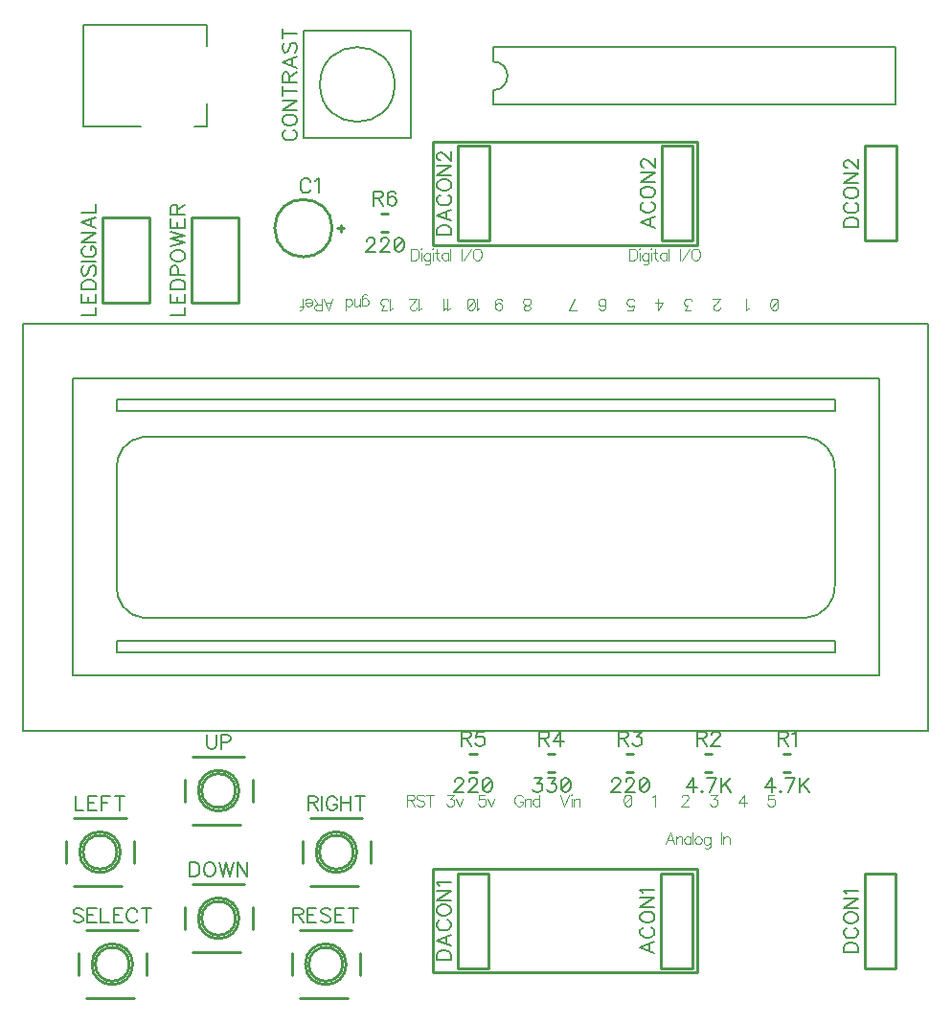
<source format=gbr>
G04 DipTrace 3.3.1.3*
G04 TopSilk.gbr*
%MOIN*%
G04 #@! TF.FileFunction,Legend,Top*
G04 #@! TF.Part,Single*
%ADD10C,0.009843*%
%ADD15C,0.01*%
%ADD22C,0.006*%
%ADD24C,0.005*%
%ADD28C,0.008*%
%ADD63C,0.00772*%
%ADD65C,0.003281*%
%FSLAX26Y26*%
G04*
G70*
G90*
G75*
G01*
G04 TopSilk*
%LPD*%
X2647086Y887165D2*
D10*
X2538818D1*
Y556456D1*
X2647086D1*
Y887165D1*
X2648424Y3420944D2*
X2540157D1*
Y3090235D1*
X2648424D1*
Y3420944D1*
X1423581Y3145520D2*
Y3121880D1*
X1435400Y3133700D2*
X1411787D1*
X1193706D2*
G02X1193706Y3133700I99965J0D01*
G01*
X1938818Y887165D2*
X1830550D1*
Y556456D1*
X1938818D1*
Y887165D1*
X1940157Y3420944D2*
X1831889D1*
Y3090235D1*
X1940157D1*
Y3420944D1*
X3355354Y887165D2*
X3247086D1*
Y556456D1*
X3355354D1*
Y887165D1*
X3356692Y3420944D2*
X3248424D1*
Y3090235D1*
X3356692D1*
Y3420944D1*
X904960Y2875275D2*
X1066377D1*
Y3170550D1*
X904960D1*
Y2875275D1*
X594960D2*
X756377D1*
Y3170550D1*
X594960D1*
Y2875275D1*
X2965385Y1242235D2*
X2988944D1*
X2965385Y1305165D2*
X2988944D1*
X2692157Y1242235D2*
X2715716D1*
X2692157Y1305165D2*
X2715716D1*
X2418928Y1242235D2*
X2442487D1*
X2418928Y1305165D2*
X2442487D1*
X2145700Y1242235D2*
X2169259D1*
X2145700Y1305165D2*
X2169259D1*
X1872472Y1242235D2*
X1896031D1*
X1872472Y1305165D2*
X1896031D1*
X1565385Y3122235D2*
X1588944D1*
X1565385Y3185165D2*
X1588944D1*
X1953700Y3613702D2*
D22*
Y3563704D1*
Y3713698D2*
G02X1953700Y3613702I-18J-49998D01*
G01*
X3353700Y3563704D2*
Y3763696D1*
X1953700D2*
Y3713698D1*
Y3763696D2*
X3353700D1*
X1958740Y3563704D2*
X3353700D1*
X319054Y1385275D2*
D24*
X3468661D1*
Y2802598D1*
X319054D1*
Y1385275D1*
X490393Y2611684D2*
X3297322D1*
Y1576188D1*
X490393D1*
Y2611684D1*
X643779Y2536283D2*
X3143936D1*
Y2496881D1*
X643779D1*
Y2536283D1*
Y1658960D2*
X3143936D1*
Y1698220D1*
X643779D1*
Y1658960D1*
X737007Y2408157D2*
G03X643779Y2290094I12112J-105405D01*
G01*
Y1895086D1*
G03X737007Y1777023I105575J-12473D01*
G01*
X3040314D1*
G03X3143936Y1895086I-7282J110897D01*
G01*
Y2290094D1*
G03X3040314Y2408157I-110904J7166D01*
G01*
X737007D1*
X1668700Y3446200D2*
Y3821200D1*
X1293700D1*
Y3446200D1*
X1668700D1*
X1351188Y3633700D2*
G02X1351188Y3633700I130012J0D01*
G01*
X514885Y962283D2*
D10*
G02X514885Y962283I70862J0D01*
G01*
X676302Y1080400D2*
X495192D1*
X467622Y1001680D2*
Y922910D1*
X495192Y844165D2*
X660548D1*
X703872Y922910D2*
Y1001680D1*
X526701Y962295D2*
G02X526701Y962295I59046J0D01*
G01*
X1337720Y962283D2*
G02X1337720Y962283I70862J0D01*
G01*
X1499137Y1080400D2*
X1318027D1*
X1290457Y1001680D2*
Y922910D1*
X1318027Y844165D2*
X1483383D1*
X1526707Y922910D2*
Y1001680D1*
X1349535Y962295D2*
G02X1349535Y962295I59046J0D01*
G01*
X927720Y1176377D2*
G02X927720Y1176377I70862J0D01*
G01*
X1089137Y1294494D2*
X908027D1*
X880457Y1215774D2*
Y1137005D1*
X908027Y1058260D2*
X1073383D1*
X1116707Y1137005D2*
Y1215774D1*
X939535Y1176389D2*
G02X939535Y1176389I59046J0D01*
G01*
X927720Y732283D2*
G02X927720Y732283I70862J0D01*
G01*
X1089137Y850400D2*
X908027D1*
X880457Y771680D2*
Y692910D1*
X908027Y614165D2*
X1073383D1*
X1116707Y692910D2*
Y771680D1*
X939535Y732295D2*
G02X939535Y732295I59046J0D01*
G01*
X557720Y572283D2*
G02X557720Y572283I70862J0D01*
G01*
X719137Y690400D2*
X538027D1*
X510457Y611680D2*
Y532910D1*
X538027Y454165D2*
X703383D1*
X746707Y532910D2*
Y611680D1*
X569535Y572295D2*
G02X569535Y572295I59046J0D01*
G01*
X957315Y3486520D2*
D28*
Y3569190D1*
X528186Y3486520D2*
X728999D1*
X957315D2*
X913988D1*
X528186Y3840865D2*
X957315D1*
Y3766084D1*
X528186Y3840865D2*
Y3486520D1*
X1300554Y572283D2*
D10*
G02X1300554Y572283I70862J0D01*
G01*
X1461972Y690400D2*
X1280861D1*
X1253291Y611680D2*
Y532910D1*
X1280861Y454165D2*
X1446217D1*
X1489542Y532910D2*
Y611680D1*
X1312370Y572295D2*
G02X1312370Y572295I59046J0D01*
G01*
X1743700Y3433700D2*
D15*
X2663700D1*
Y3073700D1*
X1743700D1*
Y3433700D1*
Y903700D2*
X2663700D1*
Y543700D1*
X1743700D1*
Y903700D1*
X2515835Y650281D2*
D63*
X2465595Y631103D1*
X2515835Y611979D1*
X2499088Y619164D2*
Y643096D1*
X2477533Y701590D2*
X2472780Y699214D1*
X2467972Y694405D1*
X2465595Y689652D1*
Y680090D1*
X2467972Y675282D1*
X2472780Y670529D1*
X2477533Y668097D1*
X2484718Y665720D1*
X2496712D1*
X2503842Y668097D1*
X2508650Y670529D1*
X2513403Y675282D1*
X2515835Y680090D1*
Y689652D1*
X2513403Y694405D1*
X2508650Y699214D1*
X2503842Y701590D1*
X2465595Y731400D2*
X2467972Y726591D1*
X2472780Y721838D1*
X2477533Y719406D1*
X2484718Y717029D1*
X2496712D1*
X2503842Y719406D1*
X2508650Y721838D1*
X2513403Y726591D1*
X2515835Y731400D1*
Y740961D1*
X2513403Y745714D1*
X2508650Y750523D1*
X2503842Y752899D1*
X2496712Y755276D1*
X2484718D1*
X2477533Y752899D1*
X2472780Y750523D1*
X2467972Y745714D1*
X2465595Y740961D1*
Y731400D1*
Y804209D2*
X2515835D1*
X2465595Y770715D1*
X2515835D1*
X2475212Y819648D2*
X2472780Y824456D1*
X2465650Y831641D1*
X2515835D1*
X2517174Y3173311D2*
X2466934Y3154132D1*
X2517174Y3135009D1*
X2500427Y3142194D2*
Y3166126D1*
X2478872Y3224620D2*
X2474119Y3222243D1*
X2469310Y3217435D1*
X2466934Y3212682D1*
Y3203120D1*
X2469310Y3198312D1*
X2474119Y3193558D1*
X2478872Y3191127D1*
X2486057Y3188750D1*
X2498050D1*
X2505180Y3191126D1*
X2509989Y3193558D1*
X2514742Y3198311D1*
X2517174Y3203120D1*
Y3212682D1*
X2514742Y3217435D1*
X2509989Y3222243D1*
X2505180Y3224620D1*
X2466934Y3254429D2*
X2469310Y3249621D1*
X2474119Y3244868D1*
X2478872Y3242436D1*
X2486057Y3240059D1*
X2498050D1*
X2505180Y3242436D1*
X2509989Y3244867D1*
X2514742Y3249621D1*
X2517174Y3254429D1*
Y3263991D1*
X2514742Y3268744D1*
X2509989Y3273552D1*
X2505180Y3275929D1*
X2498050Y3278306D1*
X2486057D1*
X2478872Y3275929D1*
X2474119Y3273552D1*
X2469310Y3268744D1*
X2466934Y3263991D1*
Y3254429D1*
Y3327238D2*
X2517174D1*
X2466934Y3293745D1*
X2517174D1*
X2478927Y3345109D2*
X2476551D1*
X2471742Y3347486D1*
X2469366Y3349862D1*
X2466989Y3354671D1*
Y3364233D1*
X2469366Y3368986D1*
X2471742Y3371362D1*
X2476551Y3373794D1*
X2481304D1*
X2486112Y3371362D1*
X2493242Y3366609D1*
X2517174Y3342677D1*
Y3376171D1*
X1318772Y3294985D2*
X1316395Y3299738D1*
X1311587Y3304546D1*
X1306833Y3306923D1*
X1297272D1*
X1292463Y3304546D1*
X1287710Y3299738D1*
X1285278Y3294985D1*
X1282902Y3287800D1*
Y3275806D1*
X1285278Y3268677D1*
X1287710Y3263868D1*
X1292463Y3259115D1*
X1297272Y3256683D1*
X1306833D1*
X1311587Y3259115D1*
X1316395Y3263868D1*
X1318772Y3268677D1*
X1334211Y3297306D2*
X1339019Y3299738D1*
X1346204Y3306868D1*
Y3256683D1*
X1757327Y587513D2*
X1807567D1*
Y604260D1*
X1805136Y611445D1*
X1800382Y616253D1*
X1795574Y618630D1*
X1788444Y621006D1*
X1776451D1*
X1769266Y618630D1*
X1764512Y616253D1*
X1759704Y611445D1*
X1757327Y604260D1*
Y587513D1*
X1807567Y674747D2*
X1757327Y655569D1*
X1807567Y636446D1*
X1790821Y643631D2*
Y667562D1*
X1769266Y726056D2*
X1764512Y723680D1*
X1759704Y718871D1*
X1757327Y714118D1*
Y704557D1*
X1759704Y699748D1*
X1764512Y694995D1*
X1769266Y692563D1*
X1776451Y690187D1*
X1788444D1*
X1795574Y692563D1*
X1800382Y694995D1*
X1805135Y699748D1*
X1807567Y704557D1*
Y714118D1*
X1805135Y718871D1*
X1800382Y723680D1*
X1795574Y726056D1*
X1757327Y755866D2*
X1759704Y751057D1*
X1764512Y746304D1*
X1769266Y743872D1*
X1776451Y741496D1*
X1788444D1*
X1795574Y743872D1*
X1800382Y746304D1*
X1805135Y751057D1*
X1807567Y755866D1*
Y765427D1*
X1805135Y770181D1*
X1800382Y774989D1*
X1795574Y777366D1*
X1788444Y779742D1*
X1776451D1*
X1769266Y777366D1*
X1764512Y774989D1*
X1759704Y770181D1*
X1757327Y765427D1*
Y755866D1*
Y828675D2*
X1807567D1*
X1757327Y795181D1*
X1807567D1*
X1766944Y844114D2*
X1764512Y848923D1*
X1757383Y856108D1*
X1807567D1*
X1758666Y3110543D2*
X1808906D1*
Y3127289D1*
X1806474Y3134474D1*
X1801721Y3139283D1*
X1796912Y3141659D1*
X1789783Y3144036D1*
X1777789D1*
X1770604Y3141659D1*
X1765851Y3139283D1*
X1761043Y3134474D1*
X1758666Y3127289D1*
Y3110543D1*
X1808906Y3197777D2*
X1758666Y3178598D1*
X1808906Y3159475D1*
X1792159Y3166660D2*
Y3190592D1*
X1770604Y3249086D2*
X1765851Y3246710D1*
X1761043Y3241901D1*
X1758666Y3237148D1*
Y3227586D1*
X1761043Y3222778D1*
X1765851Y3218025D1*
X1770604Y3215593D1*
X1777789Y3213216D1*
X1789783D1*
X1796912Y3215593D1*
X1801721Y3218025D1*
X1806474Y3222778D1*
X1808906Y3227586D1*
Y3237148D1*
X1806474Y3241901D1*
X1801721Y3246709D1*
X1796912Y3249086D1*
X1758666Y3278895D2*
X1761043Y3274087D1*
X1765851Y3269334D1*
X1770604Y3266902D1*
X1777789Y3264525D1*
X1789783D1*
X1796912Y3266902D1*
X1801721Y3269334D1*
X1806474Y3274087D1*
X1808906Y3278895D1*
Y3288457D1*
X1806474Y3293210D1*
X1801721Y3298019D1*
X1796912Y3300395D1*
X1789783Y3302772D1*
X1777789D1*
X1770604Y3300395D1*
X1765851Y3298019D1*
X1761043Y3293210D1*
X1758666Y3288457D1*
Y3278895D1*
Y3351704D2*
X1808906D1*
X1758666Y3318211D1*
X1808906D1*
X1770659Y3369576D2*
X1768283D1*
X1763474Y3371952D1*
X1761098Y3374329D1*
X1758721Y3379137D1*
Y3388699D1*
X1761098Y3393452D1*
X1763474Y3395829D1*
X1768283Y3398260D1*
X1773036D1*
X1777844Y3395829D1*
X1784974Y3391075D1*
X1808906Y3367144D1*
Y3400637D1*
X3173863Y614384D2*
X3224103D1*
Y631130D1*
X3221671Y638315D1*
X3216918Y643124D1*
X3212109Y645500D1*
X3204980Y647877D1*
X3192986D1*
X3185801Y645500D1*
X3181048Y643124D1*
X3176239Y638315D1*
X3173863Y631130D1*
Y614384D1*
X3185801Y699186D2*
X3181048Y696809D1*
X3176239Y692001D1*
X3173863Y687248D1*
Y677686D1*
X3176239Y672878D1*
X3181048Y668125D1*
X3185801Y665693D1*
X3192986Y663316D1*
X3204980D1*
X3212109Y665693D1*
X3216918Y668124D1*
X3221671Y672878D1*
X3224103Y677686D1*
Y687248D1*
X3221671Y692001D1*
X3216918Y696809D1*
X3212109Y699186D1*
X3173863Y728995D2*
X3176239Y724187D1*
X3181048Y719434D1*
X3185801Y717002D1*
X3192986Y714625D1*
X3204980D1*
X3212109Y717002D1*
X3216918Y719434D1*
X3221671Y724187D1*
X3224103Y728995D1*
Y738557D1*
X3221671Y743310D1*
X3216918Y748119D1*
X3212109Y750495D1*
X3204980Y752872D1*
X3192986D1*
X3185801Y750495D1*
X3181048Y748119D1*
X3176239Y743310D1*
X3173863Y738557D1*
Y728995D1*
Y801804D2*
X3224103D1*
X3173863Y768311D1*
X3224103D1*
X3183480Y817244D2*
X3181048Y822052D1*
X3173918Y829237D1*
X3224103D1*
X3175201Y3137413D2*
X3225441D1*
Y3154160D1*
X3223010Y3161345D1*
X3218256Y3166153D1*
X3213448Y3168530D1*
X3206318Y3170906D1*
X3194325D1*
X3187140Y3168530D1*
X3182386Y3166153D1*
X3177578Y3161345D1*
X3175201Y3154160D1*
Y3137413D1*
X3187140Y3222216D2*
X3182386Y3219839D1*
X3177578Y3215031D1*
X3175201Y3210277D1*
Y3200716D1*
X3177578Y3195907D1*
X3182386Y3191154D1*
X3187140Y3188722D1*
X3194325Y3186346D1*
X3206318D1*
X3213448Y3188722D1*
X3218256Y3191154D1*
X3223010Y3195907D1*
X3225441Y3200716D1*
Y3210277D1*
X3223010Y3215031D1*
X3218256Y3219839D1*
X3213448Y3222216D1*
X3175201Y3252025D2*
X3177578Y3247216D1*
X3182386Y3242463D1*
X3187140Y3240031D1*
X3194325Y3237655D1*
X3206318D1*
X3213448Y3240031D1*
X3218256Y3242463D1*
X3223010Y3247216D1*
X3225441Y3252025D1*
Y3261587D1*
X3223010Y3266340D1*
X3218256Y3271148D1*
X3213448Y3273525D1*
X3206318Y3275901D1*
X3194325D1*
X3187140Y3273525D1*
X3182386Y3271148D1*
X3177578Y3266340D1*
X3175201Y3261587D1*
Y3252025D1*
Y3324834D2*
X3225441D1*
X3175201Y3291341D1*
X3225441D1*
X3187195Y3342705D2*
X3184818D1*
X3180010Y3345082D1*
X3177633Y3347458D1*
X3175257Y3352267D1*
Y3361828D1*
X3177633Y3366581D1*
X3180010Y3368958D1*
X3184818Y3371390D1*
X3189571D1*
X3194380Y3368958D1*
X3201510Y3364205D1*
X3225441Y3340273D1*
Y3373766D1*
X831737Y2830176D2*
X881977D1*
Y2858861D1*
X831737Y2905362D2*
Y2874301D1*
X881977Y2874300D1*
Y2905362D1*
X855669Y2874301D2*
Y2893424D1*
X831737Y2920801D2*
X881977D1*
Y2937548D1*
X879545Y2944733D1*
X874792Y2949541D1*
X869983Y2951918D1*
X862854Y2954295D1*
X850860D1*
X843675Y2951918D1*
X838922Y2949541D1*
X834113Y2944733D1*
X831737Y2937548D1*
Y2920801D1*
X858045Y2969734D2*
Y2991289D1*
X855669Y2998419D1*
X853237Y3000851D1*
X848483Y3003227D1*
X841298D1*
X836545Y3000851D1*
X834113Y2998419D1*
X831737Y2991289D1*
Y2969734D1*
X881977D1*
X831737Y3033036D2*
X834113Y3028228D1*
X838922Y3023475D1*
X843675Y3021043D1*
X850860Y3018666D1*
X862854D1*
X869983Y3021043D1*
X874792Y3023475D1*
X879545Y3028228D1*
X881977Y3033036D1*
Y3042598D1*
X879545Y3047351D1*
X874792Y3052160D1*
X869983Y3054536D1*
X862854Y3056913D1*
X850860D1*
X843675Y3054536D1*
X838922Y3052160D1*
X834113Y3047351D1*
X831737Y3042598D1*
Y3033036D1*
Y3072352D2*
X881977Y3084346D1*
X831737Y3096284D1*
X881977Y3108222D1*
X831737Y3120216D1*
Y3166716D2*
Y3135655D1*
X881977D1*
Y3166716D1*
X855668Y3135655D2*
Y3154778D1*
Y3182156D2*
Y3203655D1*
X853237Y3210840D1*
X850860Y3213272D1*
X846107Y3215649D1*
X841298D1*
X836545Y3213272D1*
X834113Y3210840D1*
X831737Y3203655D1*
Y3182156D1*
X881977D1*
X855668Y3198902D2*
X881977Y3215649D1*
X521737Y2829614D2*
X571977D1*
Y2858299D1*
X521737Y2904800D2*
Y2873738D1*
X571977D1*
Y2904800D1*
X545669Y2873738D2*
Y2892862D1*
X521737Y2920239D2*
X571977D1*
Y2936986D1*
X569545Y2944171D1*
X564792Y2948979D1*
X559983Y2951356D1*
X552854Y2953732D1*
X540860D1*
X533675Y2951356D1*
X528922Y2948979D1*
X524113Y2944171D1*
X521737Y2936986D1*
Y2920239D1*
X528922Y3002665D2*
X524113Y2997912D1*
X521737Y2990727D1*
Y2981165D1*
X524113Y2973980D1*
X528922Y2969172D1*
X533675D1*
X538483Y2971603D1*
X540860Y2973980D1*
X543237Y2978733D1*
X548045Y2993103D1*
X550422Y2997912D1*
X552854Y3000288D1*
X557607Y3002665D1*
X564792D1*
X569545Y2997912D1*
X571977Y2990727D1*
Y2981165D1*
X569545Y2973980D1*
X564792Y2969172D1*
X521737Y3018104D2*
X571977D1*
X533675Y3069413D2*
X528922Y3067037D1*
X524113Y3062228D1*
X521737Y3057475D1*
Y3047913D1*
X524113Y3043105D1*
X528922Y3038352D1*
X533675Y3035920D1*
X540860Y3033543D1*
X552854D1*
X559983Y3035920D1*
X564792Y3038352D1*
X569545Y3043105D1*
X571977Y3047913D1*
Y3057475D1*
X569545Y3062228D1*
X564792Y3067037D1*
X559983Y3069413D1*
X552854D1*
Y3057475D1*
X521737Y3118346D2*
X571977D1*
X521737Y3084853D1*
X571977D1*
Y3172087D2*
X521737Y3152908D1*
X571977Y3133785D1*
X555230Y3140970D2*
Y3164902D1*
X521737Y3187526D2*
X571977D1*
Y3216211D1*
X2946702Y1358424D2*
X2968201D1*
X2975386Y1360856D1*
X2977818Y1363233D1*
X2980195Y1367986D1*
Y1372795D1*
X2977818Y1377548D1*
X2975386Y1379980D1*
X2968201Y1382356D1*
X2946702D1*
Y1332116D1*
X2963448Y1358424D2*
X2980195Y1332116D1*
X2995634Y1372739D2*
X3000443Y1375171D1*
X3007628Y1382301D1*
Y1332116D1*
X2924105Y1171068D2*
Y1221253D1*
X2900173Y1187815D1*
X2936043D1*
X2953859Y1175877D2*
X2951482Y1173445D1*
X2953859Y1171068D1*
X2956291Y1173445D1*
X2953859Y1175877D1*
X2981292Y1171068D2*
X3005223Y1221253D1*
X2971730D1*
X3020663Y1221308D2*
Y1171068D1*
X3054156Y1221308D2*
X3020663Y1187815D1*
X3032601Y1199808D2*
X3054156Y1171068D1*
X2662723Y1358424D2*
X2684223D1*
X2691408Y1360856D1*
X2693840Y1363233D1*
X2696217Y1367986D1*
Y1372795D1*
X2693840Y1377548D1*
X2691408Y1379980D1*
X2684223Y1382356D1*
X2662723D1*
Y1332116D1*
X2679470Y1358424D2*
X2696217Y1332116D1*
X2714088Y1370363D2*
Y1372739D1*
X2716464Y1377548D1*
X2718841Y1379924D1*
X2723649Y1382301D1*
X2733211D1*
X2737964Y1379924D1*
X2740341Y1377548D1*
X2742773Y1372739D1*
Y1367986D1*
X2740341Y1363178D1*
X2735588Y1356048D1*
X2711656Y1332116D1*
X2745149D1*
X2650877Y1171068D2*
Y1221253D1*
X2626945Y1187815D1*
X2662815D1*
X2680631Y1175877D2*
X2678254Y1173445D1*
X2680631Y1171068D1*
X2683062Y1173445D1*
X2680631Y1175877D1*
X2708063Y1171068D2*
X2731995Y1221253D1*
X2698502D1*
X2747434Y1221308D2*
Y1171068D1*
X2780928Y1221308D2*
X2747434Y1187815D1*
X2759372Y1199808D2*
X2780928Y1171068D1*
X2389495Y1358424D2*
X2410995D1*
X2418180Y1360856D1*
X2420612Y1363233D1*
X2422988Y1367986D1*
Y1372795D1*
X2420612Y1377548D1*
X2418180Y1379980D1*
X2410995Y1382356D1*
X2389495D1*
Y1332116D1*
X2406242Y1358424D2*
X2422988Y1332116D1*
X2443236Y1382301D2*
X2469489D1*
X2455174Y1363178D1*
X2462359D1*
X2467112Y1360801D1*
X2469489Y1358424D1*
X2471921Y1351239D1*
Y1346486D1*
X2469489Y1339301D1*
X2464736Y1334493D1*
X2457551Y1332116D1*
X2450366D1*
X2443236Y1334493D1*
X2440859Y1336925D1*
X2438427Y1341678D1*
X2367460Y1209315D2*
Y1211691D1*
X2369837Y1216500D1*
X2372214Y1218876D1*
X2377022Y1221253D1*
X2386584D1*
X2391337Y1218876D1*
X2393714Y1216500D1*
X2396145Y1211691D1*
Y1206938D1*
X2393714Y1202130D1*
X2388960Y1195000D1*
X2365029Y1171068D1*
X2398522D1*
X2416393Y1209315D2*
Y1211691D1*
X2418770Y1216500D1*
X2421146Y1218876D1*
X2425955Y1221253D1*
X2435516D1*
X2440270Y1218876D1*
X2442646Y1216500D1*
X2445078Y1211691D1*
Y1206938D1*
X2442646Y1202130D1*
X2437893Y1195000D1*
X2413961Y1171068D1*
X2447455D1*
X2477264Y1221253D2*
X2470079Y1218876D1*
X2465270Y1211691D1*
X2462894Y1199753D1*
Y1192568D1*
X2465270Y1180630D1*
X2470079Y1173445D1*
X2477264Y1171068D1*
X2482017D1*
X2489202Y1173445D1*
X2493955Y1180630D1*
X2496387Y1192568D1*
Y1199753D1*
X2493955Y1211691D1*
X2489202Y1218876D1*
X2482017Y1221253D1*
X2477264D1*
X2493955Y1211691D2*
X2465270Y1180630D1*
X2115078Y1358424D2*
X2136578D1*
X2143763Y1360856D1*
X2146195Y1363233D1*
X2148572Y1367986D1*
Y1372795D1*
X2146195Y1377548D1*
X2143763Y1379980D1*
X2136578Y1382356D1*
X2115078D1*
Y1332116D1*
X2131825Y1358424D2*
X2148572Y1332116D1*
X2187943D2*
Y1382301D1*
X2164011Y1348863D1*
X2199881D1*
X2096609Y1221253D2*
X2122862D1*
X2108547Y1202130D1*
X2115732D1*
X2120485Y1199753D1*
X2122862Y1197377D1*
X2125294Y1190191D1*
Y1185438D1*
X2122862Y1178253D1*
X2118109Y1173445D1*
X2110924Y1171068D1*
X2103738D1*
X2096609Y1173445D1*
X2094232Y1175877D1*
X2091800Y1180630D1*
X2145541Y1221253D2*
X2171794D1*
X2157480Y1202130D1*
X2164665D1*
X2169418Y1199753D1*
X2171794Y1197377D1*
X2174226Y1190191D1*
Y1185438D1*
X2171794Y1178253D1*
X2167041Y1173445D1*
X2159856Y1171068D1*
X2152671D1*
X2145541Y1173445D1*
X2143165Y1175877D1*
X2140733Y1180630D1*
X2204036Y1221253D2*
X2196850Y1218876D1*
X2192042Y1211691D1*
X2189665Y1199753D1*
Y1192568D1*
X2192042Y1180630D1*
X2196850Y1173445D1*
X2204036Y1171068D1*
X2208789D1*
X2215974Y1173445D1*
X2220727Y1180630D1*
X2223159Y1192568D1*
Y1199753D1*
X2220727Y1211691D1*
X2215974Y1218876D1*
X2208789Y1221253D1*
X2204036D1*
X2220727Y1211691D2*
X2192042Y1180630D1*
X1843038Y1358424D2*
X1864538D1*
X1871723Y1360856D1*
X1874155Y1363233D1*
X1876532Y1367986D1*
Y1372795D1*
X1874155Y1377548D1*
X1871723Y1379980D1*
X1864538Y1382356D1*
X1843038D1*
Y1332116D1*
X1859785Y1358424D2*
X1876532Y1332116D1*
X1920656Y1382301D2*
X1896779D1*
X1894403Y1360801D1*
X1896779Y1363178D1*
X1903964Y1365609D1*
X1911094D1*
X1918279Y1363178D1*
X1923088Y1358424D1*
X1925464Y1351239D1*
Y1346486D1*
X1923088Y1339301D1*
X1918279Y1334493D1*
X1911094Y1332116D1*
X1903964D1*
X1896779Y1334493D1*
X1894403Y1336925D1*
X1891971Y1341678D1*
X1821004Y1209315D2*
Y1211691D1*
X1823380Y1216500D1*
X1825757Y1218876D1*
X1830565Y1221253D1*
X1840127D1*
X1844880Y1218876D1*
X1847257Y1216500D1*
X1849689Y1211691D1*
Y1206938D1*
X1847257Y1202130D1*
X1842504Y1195000D1*
X1818572Y1171068D1*
X1852065D1*
X1869936Y1209315D2*
Y1211691D1*
X1872313Y1216500D1*
X1874690Y1218876D1*
X1879498Y1221253D1*
X1889060D1*
X1893813Y1218876D1*
X1896189Y1216500D1*
X1898621Y1211691D1*
Y1206938D1*
X1896189Y1202130D1*
X1891436Y1195000D1*
X1867505Y1171068D1*
X1900998D1*
X1930807Y1221253D2*
X1923622Y1218876D1*
X1918814Y1211691D1*
X1916437Y1199753D1*
Y1192568D1*
X1918814Y1180630D1*
X1923622Y1173445D1*
X1930807Y1171068D1*
X1935560D1*
X1942745Y1173445D1*
X1947499Y1180630D1*
X1949930Y1192568D1*
Y1199753D1*
X1947499Y1211691D1*
X1942745Y1218876D1*
X1935560Y1221253D1*
X1930807D1*
X1947499Y1211691D2*
X1918814Y1180630D1*
X1537168Y3238424D2*
X1558667D1*
X1565852Y3240856D1*
X1568284Y3243233D1*
X1570661Y3247986D1*
Y3252795D1*
X1568284Y3257548D1*
X1565852Y3259980D1*
X1558667Y3262356D1*
X1537168D1*
Y3212116D1*
X1553914Y3238424D2*
X1570661Y3212116D1*
X1614785Y3255171D2*
X1612408Y3259924D1*
X1605223Y3262301D1*
X1600470D1*
X1593285Y3259924D1*
X1588477Y3252739D1*
X1586100Y3240801D1*
Y3228863D1*
X1588477Y3219301D1*
X1593285Y3214493D1*
X1600470Y3212116D1*
X1602847D1*
X1609977Y3214493D1*
X1614785Y3219301D1*
X1617162Y3226486D1*
Y3228863D1*
X1614785Y3236048D1*
X1609977Y3240801D1*
X1602847Y3243178D1*
X1600470D1*
X1593285Y3240801D1*
X1588477Y3236048D1*
X1586100Y3228863D1*
X1513917Y3089315D2*
Y3091691D1*
X1516294Y3096500D1*
X1518670Y3098876D1*
X1523479Y3101253D1*
X1533040D1*
X1537794Y3098876D1*
X1540170Y3096500D1*
X1542602Y3091691D1*
Y3086938D1*
X1540170Y3082130D1*
X1535417Y3075000D1*
X1511485Y3051068D1*
X1544979D1*
X1562850Y3089315D2*
Y3091691D1*
X1565226Y3096500D1*
X1567603Y3098876D1*
X1572411Y3101253D1*
X1581973D1*
X1586726Y3098876D1*
X1589103Y3096500D1*
X1591535Y3091691D1*
Y3086938D1*
X1589103Y3082130D1*
X1584350Y3075000D1*
X1560418Y3051068D1*
X1593911D1*
X1623721Y3101253D2*
X1616536Y3098876D1*
X1611727Y3091691D1*
X1609350Y3079753D1*
Y3072568D1*
X1611727Y3060630D1*
X1616536Y3053445D1*
X1623721Y3051068D1*
X1628474D1*
X1635659Y3053445D1*
X1640412Y3060630D1*
X1642844Y3072568D1*
Y3079753D1*
X1640412Y3091691D1*
X1635659Y3098876D1*
X1628474Y3101253D1*
X1623721D1*
X1640412Y3091691D2*
X1611727Y3060630D1*
X1232415Y3475590D2*
X1227662Y3473214D1*
X1222854Y3468405D1*
X1220477Y3463652D1*
Y3454090D1*
X1222854Y3449282D1*
X1227662Y3444529D1*
X1232415Y3442097D1*
X1239600Y3439720D1*
X1251594D1*
X1258723Y3442097D1*
X1263532Y3444529D1*
X1268285Y3449282D1*
X1270717Y3454090D1*
Y3463652D1*
X1268285Y3468405D1*
X1263532Y3473214D1*
X1258724Y3475590D1*
X1220477Y3505399D2*
X1222854Y3500591D1*
X1227662Y3495838D1*
X1232415Y3493406D1*
X1239600Y3491029D1*
X1251594D1*
X1258723Y3493406D1*
X1263532Y3495838D1*
X1268285Y3500591D1*
X1270717Y3505399D1*
Y3514961D1*
X1268285Y3519714D1*
X1263532Y3524523D1*
X1258723Y3526899D1*
X1251594Y3529276D1*
X1239600D1*
X1232415Y3526899D1*
X1227662Y3524523D1*
X1222854Y3519714D1*
X1220477Y3514961D1*
Y3505399D1*
Y3578208D2*
X1270717D1*
X1220477Y3544715D1*
X1270717D1*
X1220477Y3610394D2*
X1270717D1*
X1220477Y3593648D2*
Y3627141D1*
X1244409Y3642580D2*
Y3664080D1*
X1241977Y3671265D1*
X1239600Y3673697D1*
X1234847Y3676074D1*
X1230039D1*
X1225285Y3673697D1*
X1222854Y3671265D1*
X1220477Y3664080D1*
Y3642580D1*
X1270717D1*
X1244409Y3659327D2*
X1270717Y3676074D1*
Y3729815D2*
X1220477Y3710636D1*
X1270717Y3691513D1*
X1253970Y3698698D2*
Y3722630D1*
X1227662Y3778747D2*
X1222854Y3773994D1*
X1220477Y3766809D1*
Y3757247D1*
X1222854Y3750062D1*
X1227662Y3745254D1*
X1232415D1*
X1237224Y3747686D1*
X1239600Y3750062D1*
X1241977Y3754816D1*
X1246785Y3769186D1*
X1249162Y3773994D1*
X1251594Y3776371D1*
X1256347Y3778747D1*
X1263532D1*
X1268285Y3773994D1*
X1270717Y3766809D1*
Y3757247D1*
X1268285Y3750062D1*
X1263532Y3745254D1*
X1220477Y3810933D2*
X1270717D1*
X1220477Y3794186D2*
Y3827680D1*
X500410Y1157553D2*
Y1107313D1*
X529095D1*
X575596Y1157553D2*
X544534D1*
Y1107313D1*
X575596D1*
X544534Y1133621D2*
X563658D1*
X622152Y1157553D2*
X591035D1*
Y1107313D1*
Y1133621D2*
X610158D1*
X654338Y1157553D2*
Y1107313D1*
X637591Y1157553D2*
X671084D1*
X1309528Y1133621D2*
X1331028D1*
X1338213Y1136053D1*
X1340645Y1138430D1*
X1343022Y1143183D1*
Y1147991D1*
X1340645Y1152745D1*
X1338213Y1155176D1*
X1331028Y1157553D1*
X1309528D1*
Y1107313D1*
X1326275Y1133621D2*
X1343022Y1107313D1*
X1358461Y1157553D2*
Y1107313D1*
X1409770Y1145615D2*
X1407394Y1150368D1*
X1402585Y1155176D1*
X1397832Y1157553D1*
X1388270D1*
X1383462Y1155176D1*
X1378709Y1150368D1*
X1376277Y1145615D1*
X1373900Y1138430D1*
Y1126436D1*
X1376277Y1119306D1*
X1378709Y1114498D1*
X1383462Y1109745D1*
X1388270Y1107313D1*
X1397832D1*
X1402585Y1109745D1*
X1407394Y1114498D1*
X1409770Y1119306D1*
Y1126436D1*
X1397832D1*
X1425209Y1157553D2*
Y1107313D1*
X1458703Y1157553D2*
Y1107313D1*
X1425209Y1133621D2*
X1458703D1*
X1490889Y1157553D2*
Y1107313D1*
X1474142Y1157553D2*
X1507635D1*
X957369Y1371647D2*
Y1335778D1*
X959746Y1328593D1*
X964554Y1323839D1*
X971739Y1321407D1*
X976492D1*
X983677Y1323839D1*
X988486Y1328593D1*
X990862Y1335778D1*
Y1371647D1*
X1006302Y1345339D2*
X1027857D1*
X1034986Y1347716D1*
X1037418Y1350148D1*
X1039795Y1354901D1*
Y1362086D1*
X1037418Y1366839D1*
X1034986Y1369271D1*
X1027857Y1371647D1*
X1006302D1*
Y1321407D1*
X898875Y927553D2*
Y877313D1*
X915621D1*
X922806Y879745D1*
X927615Y884498D1*
X929991Y889306D1*
X932368Y896436D1*
Y908430D1*
X929991Y915615D1*
X927615Y920368D1*
X922806Y925176D1*
X915621Y927553D1*
X898875D1*
X962177D2*
X957369Y925176D1*
X952616Y920368D1*
X950184Y915615D1*
X947807Y908430D1*
Y896436D1*
X950184Y889306D1*
X952616Y884498D1*
X957369Y879745D1*
X962177Y877313D1*
X971739D1*
X976492Y879745D1*
X981301Y884498D1*
X983677Y889306D1*
X986054Y896436D1*
Y908430D1*
X983677Y915615D1*
X981301Y920368D1*
X976492Y925176D1*
X971739Y927553D1*
X962177D1*
X1001493D2*
X1013487Y877313D1*
X1025425Y927553D1*
X1037363Y877313D1*
X1049356Y927553D1*
X1098289D2*
Y877313D1*
X1064796Y927553D1*
Y877313D1*
X526645Y760368D2*
X521892Y765176D1*
X514707Y767553D1*
X505145D1*
X497960Y765176D1*
X493152Y760368D1*
Y755615D1*
X495583Y750806D1*
X497960Y748430D1*
X502713Y746053D1*
X517083Y741245D1*
X521892Y738868D1*
X524268Y736436D1*
X526645Y731683D1*
Y724498D1*
X521892Y719745D1*
X514707Y717313D1*
X505145D1*
X497960Y719745D1*
X493152Y724498D1*
X573146Y767553D2*
X542084D1*
Y717313D1*
X573146D1*
X542084Y743621D2*
X561207D1*
X588585Y767553D2*
Y717313D1*
X617270D1*
X663770Y767553D2*
X632709D1*
Y717313D1*
X663770D1*
X632709Y743621D2*
X651832D1*
X715080Y755615D2*
X712703Y760368D1*
X707895Y765176D1*
X703141Y767553D1*
X693580D1*
X688771Y765176D1*
X684018Y760368D1*
X681586Y755615D1*
X679210Y748430D1*
Y736436D1*
X681586Y729306D1*
X684018Y724498D1*
X688771Y719745D1*
X693580Y717313D1*
X703141D1*
X707895Y719745D1*
X712703Y724498D1*
X715080Y729306D1*
X747266Y767553D2*
Y717313D1*
X730519Y767553D2*
X764012D1*
X1259237Y743621D2*
X1280736D1*
X1287921Y746053D1*
X1290353Y748430D1*
X1292730Y753183D1*
Y757991D1*
X1290353Y762745D1*
X1287921Y765176D1*
X1280736Y767553D1*
X1259237D1*
Y717313D1*
X1275983Y743621D2*
X1292730Y717313D1*
X1339231Y767553D2*
X1308169D1*
Y717313D1*
X1339231D1*
X1308169Y743621D2*
X1327292D1*
X1388163Y760368D2*
X1383410Y765176D1*
X1376225Y767553D1*
X1366663D1*
X1359478Y765176D1*
X1354670Y760368D1*
Y755615D1*
X1357102Y750806D1*
X1359478Y748430D1*
X1364231Y746053D1*
X1378602Y741245D1*
X1383410Y738868D1*
X1385787Y736436D1*
X1388163Y731683D1*
Y724498D1*
X1383410Y719745D1*
X1376225Y717313D1*
X1366663D1*
X1359478Y719745D1*
X1354670Y724498D1*
X1434664Y767553D2*
X1403602D1*
Y717313D1*
X1434664D1*
X1403602Y743621D2*
X1422726D1*
X1466850Y767553D2*
Y717313D1*
X1450103Y767553D2*
X1483597D1*
X1653377Y1143333D2*
D65*
X1670577D1*
X1676325Y1145279D1*
X1678270Y1147180D1*
X1680171Y1150982D1*
Y1154829D1*
X1678270Y1158632D1*
X1676325Y1160577D1*
X1670577Y1162478D1*
X1653377D1*
Y1122286D1*
X1666774Y1143333D2*
X1680171Y1122286D1*
X1713528Y1156730D2*
X1709725Y1160577D1*
X1703977Y1162478D1*
X1696328D1*
X1690580Y1160577D1*
X1686733Y1156730D1*
Y1152928D1*
X1688679Y1149081D1*
X1690580Y1147180D1*
X1694382Y1145279D1*
X1705879Y1141432D1*
X1709725Y1139531D1*
X1711627Y1137585D1*
X1713528Y1133783D1*
Y1128034D1*
X1709725Y1124232D1*
X1703977Y1122286D1*
X1696328D1*
X1690580Y1124232D1*
X1686733Y1128034D1*
X1733487Y1162478D2*
Y1122286D1*
X1720089Y1162478D2*
X1746884D1*
X1795765Y1162434D2*
X1816767D1*
X1805315Y1147136D1*
X1811063D1*
X1814866Y1145234D1*
X1816767Y1143333D1*
X1818713Y1137585D1*
Y1133783D1*
X1816767Y1128034D1*
X1812964Y1124188D1*
X1807216Y1122286D1*
X1801468D1*
X1795765Y1124188D1*
X1793863Y1126133D1*
X1791918Y1129936D1*
X1825274Y1149081D2*
X1836770Y1122286D1*
X1848222Y1149081D1*
X1924864Y1162434D2*
X1905763D1*
X1903862Y1145234D1*
X1905763Y1147136D1*
X1911511Y1149081D1*
X1917215D1*
X1922963Y1147136D1*
X1926810Y1143333D1*
X1928711Y1137585D1*
Y1133783D1*
X1926810Y1128034D1*
X1922963Y1124188D1*
X1917215Y1122286D1*
X1911511D1*
X1905763Y1124188D1*
X1903862Y1126133D1*
X1901916Y1129936D1*
X1935272Y1149081D2*
X1946769Y1122286D1*
X1958220Y1149081D1*
X2057636Y1152928D2*
X2055735Y1156730D1*
X2051888Y1160577D1*
X2048085Y1162478D1*
X2040436D1*
X2036589Y1160577D1*
X2032787Y1156730D1*
X2030841Y1152928D1*
X2028940Y1147180D1*
Y1137585D1*
X2030841Y1131881D1*
X2032787Y1128034D1*
X2036589Y1124232D1*
X2040436Y1122286D1*
X2048085D1*
X2051888Y1124232D1*
X2055735Y1128034D1*
X2057636Y1131881D1*
Y1137585D1*
X2048085D1*
X2064198Y1149081D2*
Y1122286D1*
Y1141432D2*
X2069946Y1147180D1*
X2073792Y1149081D1*
X2079496D1*
X2083343Y1147180D1*
X2085244Y1141432D1*
Y1122286D1*
X2114754Y1162478D2*
Y1122286D1*
Y1143333D2*
X2110951Y1147180D1*
X2107104Y1149081D1*
X2101356D1*
X2097554Y1147180D1*
X2093707Y1143333D1*
X2091806Y1137585D1*
Y1133783D1*
X2093707Y1128034D1*
X2097554Y1124232D1*
X2101356Y1122286D1*
X2107104D1*
X2110951Y1124232D1*
X2114754Y1128034D1*
X2187010Y1162478D2*
X2202309Y1122286D1*
X2217607Y1162478D1*
X2224169D2*
X2226070Y1160577D1*
X2228016Y1162478D1*
X2226070Y1164424D1*
X2224169Y1162478D1*
X2226070Y1149081D2*
Y1122286D1*
X2234578Y1149081D2*
Y1122286D1*
Y1141432D2*
X2240326Y1147180D1*
X2244172Y1149081D1*
X2249876D1*
X2253723Y1147180D1*
X2255624Y1141432D1*
Y1122286D1*
X2584702Y990550D2*
X2569359Y1030742D1*
X2554061Y990550D1*
X2559809Y1003947D2*
X2578954D1*
X2591264Y1017344D2*
Y990550D1*
Y1009695D2*
X2597012Y1015443D1*
X2600858Y1017344D1*
X2606562D1*
X2610409Y1015443D1*
X2612310Y1009695D1*
Y990550D1*
X2641820Y1017344D2*
Y990550D1*
Y1011596D2*
X2638017Y1015443D1*
X2634171Y1017344D1*
X2628467D1*
X2624620Y1015443D1*
X2620817Y1011596D1*
X2618872Y1005848D1*
Y1002046D1*
X2620817Y996298D1*
X2624620Y992495D1*
X2628467Y990550D1*
X2634171D1*
X2638017Y992495D1*
X2641820Y996298D1*
X2648382Y1030742D2*
Y990550D1*
X2664494Y1017344D2*
X2660691Y1015443D1*
X2656845Y1011596D1*
X2654943Y1005848D1*
Y1002046D1*
X2656845Y996298D1*
X2660691Y992495D1*
X2664494Y990550D1*
X2670242D1*
X2674089Y992495D1*
X2677891Y996298D1*
X2679837Y1002046D1*
Y1005848D1*
X2677891Y1011596D1*
X2674089Y1015443D1*
X2670242Y1017344D1*
X2664494D1*
X2709346Y1015443D2*
Y984802D1*
X2707445Y979098D1*
X2705544Y977152D1*
X2701697Y975251D1*
X2695949D1*
X2692146Y977152D1*
X2709346Y1009695D2*
X2705544Y1013498D1*
X2701697Y1015443D1*
X2695949D1*
X2692146Y1013498D1*
X2688300Y1009695D1*
X2686398Y1003947D1*
Y1000100D1*
X2688300Y994396D1*
X2692146Y990550D1*
X2695949Y988648D1*
X2701697D1*
X2705544Y990550D1*
X2709346Y994396D1*
X2748999Y1030742D2*
Y990550D1*
X2755561Y1017344D2*
Y990550D1*
Y1009695D2*
X2761309Y1015443D1*
X2765155Y1017344D1*
X2770859D1*
X2774706Y1015443D1*
X2776607Y1009695D1*
Y990550D1*
X2420172Y1162434D2*
X2414424Y1160533D1*
X2410577Y1154785D1*
X2408676Y1145234D1*
Y1139486D1*
X2410577Y1129936D1*
X2414424Y1124188D1*
X2420172Y1122286D1*
X2423975D1*
X2429723Y1124188D1*
X2433525Y1129936D1*
X2435471Y1139486D1*
Y1145234D1*
X2433525Y1154785D1*
X2429723Y1160533D1*
X2423975Y1162434D1*
X2420172D1*
X2433525Y1154785D2*
X2410577Y1129936D1*
X2508826Y1154785D2*
X2512673Y1156730D1*
X2518421Y1162434D1*
Y1122286D1*
X2610755Y1152884D2*
Y1154785D1*
X2612656Y1158632D1*
X2614557Y1160533D1*
X2618404Y1162434D1*
X2626053D1*
X2629856Y1160533D1*
X2631757Y1158632D1*
X2633703Y1154785D1*
Y1150982D1*
X2631757Y1147136D1*
X2627955Y1141432D1*
X2608809Y1122286D1*
X2635604D1*
X2712305Y1162434D2*
X2733308D1*
X2721856Y1147136D1*
X2727604D1*
X2731407Y1145234D1*
X2733308Y1143333D1*
X2735253Y1137585D1*
Y1133783D1*
X2733308Y1128034D1*
X2729505Y1124188D1*
X2723757Y1122286D1*
X2718009D1*
X2712305Y1124188D1*
X2710404Y1126133D1*
X2708459Y1129936D1*
X2827921Y1122286D2*
Y1162434D1*
X2808776Y1135684D1*
X2837472D1*
X2931707Y1162434D2*
X2912606D1*
X2910705Y1145234D1*
X2912606Y1147136D1*
X2918354Y1149081D1*
X2924058D1*
X2929806Y1147136D1*
X2933652Y1143333D1*
X2935554Y1137585D1*
Y1133783D1*
X2933652Y1128034D1*
X2929806Y1124188D1*
X2924058Y1122286D1*
X2918354D1*
X2912606Y1124188D1*
X2910705Y1126133D1*
X2908759Y1129936D1*
X1364906Y2888221D2*
X1380249Y2848029D1*
X1395548Y2888221D1*
X1389799Y2874824D2*
X1370654D1*
X1358344Y2867174D2*
X1341145D1*
X1335397Y2865229D1*
X1333451Y2863328D1*
X1331550Y2859525D1*
Y2855678D1*
X1333451Y2851876D1*
X1335397Y2849930D1*
X1341145Y2848029D1*
X1358344D1*
X1358345Y2888221D1*
X1344947Y2867174D2*
X1331550Y2888221D1*
X1324988Y2872922D2*
X1302040D1*
Y2869076D1*
X1303942Y2865229D1*
X1305843Y2863328D1*
X1309690Y2861426D1*
X1315438D1*
X1319240Y2863328D1*
X1323087Y2867174D1*
X1324988Y2872922D1*
Y2876725D1*
X1323087Y2882473D1*
X1319240Y2886276D1*
X1315438Y2888221D1*
X1309690D1*
X1305843Y2886276D1*
X1302040Y2882473D1*
X1280180Y2848029D2*
X1283983D1*
X1287829Y2849930D1*
X1289731Y2855678D1*
Y2888221D1*
X1295479Y2861426D2*
X1282081D1*
X1497453Y2863328D2*
X1497454Y2893969D1*
X1499355Y2899673D1*
X1501256Y2901618D1*
X1505103Y2903520D1*
X1510851D1*
X1514653Y2901618D1*
X1497454Y2869076D2*
X1501256Y2865273D1*
X1505103Y2863328D1*
X1510851D1*
X1514653Y2865273D1*
X1518500Y2869076D1*
X1520401Y2874824D1*
Y2878670D1*
X1518500Y2884374D1*
X1514653Y2888221D1*
X1510851Y2890122D1*
X1505103D1*
X1501256Y2888221D1*
X1497454Y2884374D1*
X1490892Y2861426D2*
Y2888221D1*
Y2869076D2*
X1485144Y2863328D1*
X1481297Y2861426D1*
X1475593D1*
X1471746Y2863328D1*
X1469845Y2869076D1*
Y2888221D1*
X1440336Y2848029D2*
Y2888221D1*
Y2867174D2*
X1444138Y2863328D1*
X1447985Y2861426D1*
X1453733D1*
X1457536Y2863328D1*
X1461382Y2867174D1*
X1463284Y2872922D1*
Y2876725D1*
X1461382Y2882473D1*
X1457536Y2886276D1*
X1453733Y2888221D1*
X1447985D1*
X1444138Y2886276D1*
X1440336Y2882473D1*
X1605362Y2855723D2*
X1601515Y2853777D1*
X1595767Y2848073D1*
Y2888221D1*
X1585359Y2848073D2*
X1564356D1*
X1575808Y2863372D1*
X1570060D1*
X1566258Y2865273D1*
X1564357Y2867174D1*
X1562411Y2872922D1*
Y2876725D1*
X1564357Y2882473D1*
X1568159Y2886320D1*
X1573907Y2888221D1*
X1579655D1*
X1585359Y2886320D1*
X1587260Y2884374D1*
X1589206Y2880572D1*
X1705345Y2855723D2*
X1701499Y2853777D1*
X1695751Y2848073D1*
Y2888221D1*
X1687243Y2857624D2*
Y2855723D1*
X1685342Y2851876D1*
X1683441Y2849975D1*
X1679594Y2848073D1*
X1671945D1*
X1668142Y2849975D1*
X1666241Y2851876D1*
X1664296Y2855723D1*
Y2859525D1*
X1666241Y2863372D1*
X1670044Y2869076D1*
X1689189Y2888221D1*
X1662394D1*
X1805495Y2855723D2*
X1801649Y2853777D1*
X1795901Y2848073D1*
Y2888221D1*
X1789339Y2855723D2*
X1785492Y2853777D1*
X1779744Y2848073D1*
Y2888221D1*
X1905646Y2855723D2*
X1901799Y2853777D1*
X1896051Y2848073D1*
Y2888221D1*
X1877993Y2848073D2*
X1883741Y2849975D1*
X1887588Y2855723D1*
X1889489Y2865273D1*
Y2871021D1*
X1887588Y2880572D1*
X1883741Y2886320D1*
X1877993Y2888221D1*
X1874191D1*
X1868443Y2886320D1*
X1864640Y2880572D1*
X1862695Y2871021D1*
Y2865273D1*
X1864640Y2855723D1*
X1868443Y2849975D1*
X1874191Y2848073D1*
X1877993D1*
X1864640Y2855723D2*
X1887588Y2880572D1*
X1960539Y2861426D2*
X1962484Y2867174D1*
X1966287Y2871021D1*
X1972035Y2872922D1*
X1973936D1*
X1979684Y2871021D1*
X1983486Y2867174D1*
X1985432Y2861426D1*
Y2859525D1*
X1983486Y2853777D1*
X1979684Y2849975D1*
X1973936Y2848073D1*
X1972035D1*
X1966287Y2849975D1*
X1962484Y2853777D1*
X1960539Y2861426D1*
Y2871021D1*
X1962484Y2880572D1*
X1966287Y2886320D1*
X1972035Y2888221D1*
X1975837D1*
X1981585Y2886320D1*
X1983486Y2882473D1*
X2076032Y2848073D2*
X2081735Y2849975D1*
X2083681Y2853777D1*
Y2857624D1*
X2081735Y2861426D1*
X2077933Y2863372D1*
X2070284Y2865273D1*
X2064535Y2867174D1*
X2060733Y2871021D1*
X2058832Y2874824D1*
Y2880572D1*
X2060733Y2884374D1*
X2062634Y2886320D1*
X2068382Y2888221D1*
X2076032D1*
X2081735Y2886320D1*
X2083681Y2884374D1*
X2085582Y2880572D1*
Y2874824D1*
X2083681Y2871021D1*
X2079834Y2867174D1*
X2074130Y2865273D1*
X2066481Y2863372D1*
X2062634Y2861426D1*
X2060733Y2857624D1*
Y2853777D1*
X2062634Y2849975D1*
X2068382Y2848073D1*
X2076032D1*
X2237505Y2888221D2*
X2218360Y2848073D1*
X2245155D1*
X2322357Y2853777D2*
X2324258Y2849975D1*
X2330006Y2848073D1*
X2333809D1*
X2339557Y2849975D1*
X2343404Y2855723D1*
X2345305Y2865273D1*
Y2874824D1*
X2343404Y2882473D1*
X2339557Y2886320D1*
X2333809Y2888221D1*
X2331908D1*
X2326204Y2886320D1*
X2322357Y2882473D1*
X2320456Y2876725D1*
Y2874824D1*
X2322357Y2869076D1*
X2326204Y2865273D1*
X2331908Y2863372D1*
X2333809D1*
X2339557Y2865273D1*
X2343404Y2869076D1*
X2345305Y2874824D1*
X2422507Y2848073D2*
X2441608D1*
X2443510Y2865273D1*
X2441608Y2863372D1*
X2435860Y2861426D1*
X2430156D1*
X2424408Y2863372D1*
X2420562Y2867174D1*
X2418660Y2872923D1*
Y2876725D1*
X2420562Y2882473D1*
X2424408Y2886320D1*
X2430156Y2888221D1*
X2435860D1*
X2441608Y2886320D1*
X2443510Y2884374D1*
X2445455Y2880572D1*
X2526293Y2888221D2*
Y2848073D1*
X2545438Y2874824D1*
X2516742D1*
X2641742Y2848073D2*
X2620739D1*
X2632191Y2863372D1*
X2626443D1*
X2622641Y2865273D1*
X2620739Y2867174D1*
X2618794Y2872923D1*
Y2876725D1*
X2620739Y2882473D1*
X2624542Y2886320D1*
X2630290Y2888221D1*
X2636038D1*
X2641742Y2886320D1*
X2643643Y2884374D1*
X2645588Y2880572D1*
X2743626Y2857624D2*
Y2855723D1*
X2741725Y2851876D1*
X2739824Y2849975D1*
X2735977Y2848073D1*
X2728328D1*
X2724525Y2849975D1*
X2722624Y2851876D1*
X2720678Y2855723D1*
Y2859525D1*
X2722624Y2863372D1*
X2726426Y2869076D1*
X2745572Y2888221D1*
X2718777D1*
X2845221Y2855723D2*
X2841374Y2853777D1*
X2835626Y2848073D1*
Y2888221D1*
X2933875Y2848073D2*
X2939623Y2849975D1*
X2943470Y2855723D1*
X2945371Y2865273D1*
Y2871021D1*
X2943470Y2880572D1*
X2939623Y2886320D1*
X2933875Y2888221D1*
X2930073D1*
X2924325Y2886320D1*
X2920522Y2880572D1*
X2918577Y2871021D1*
Y2865273D1*
X2920522Y2855723D1*
X2924325Y2849975D1*
X2930073Y2848073D1*
X2933875D1*
X2920522Y2855723D2*
X2943470Y2880572D1*
X1668733Y3062471D2*
Y3022279D1*
X1682130D1*
X1687879Y3024224D1*
X1691725Y3028027D1*
X1693627Y3031874D1*
X1695528Y3037577D1*
Y3047172D1*
X1693627Y3052920D1*
X1691725Y3056723D1*
X1687879Y3060570D1*
X1682130Y3062471D1*
X1668733D1*
X1702090D2*
X1703991Y3060570D1*
X1705936Y3062471D1*
X1703991Y3064416D1*
X1702090Y3062471D1*
X1703991Y3049074D2*
Y3022279D1*
X1735446Y3047172D2*
Y3016531D1*
X1733545Y3010827D1*
X1731643Y3008882D1*
X1727797Y3006980D1*
X1722049D1*
X1718246Y3008882D1*
X1735446Y3041424D2*
X1731643Y3045227D1*
X1727797Y3047172D1*
X1722049D1*
X1718246Y3045227D1*
X1714399Y3041424D1*
X1712498Y3035676D1*
Y3031829D1*
X1714399Y3026126D1*
X1718246Y3022279D1*
X1722049Y3020378D1*
X1727797D1*
X1731643Y3022279D1*
X1735446Y3026126D1*
X1742008Y3062471D2*
X1743909Y3060570D1*
X1745854Y3062471D1*
X1743909Y3064416D1*
X1742008Y3062471D1*
X1743909Y3049074D2*
Y3022279D1*
X1758164Y3062471D2*
Y3029928D1*
X1760065Y3024224D1*
X1763912Y3022279D1*
X1767715D1*
X1752416Y3049074D2*
X1765813D1*
X1797224D2*
Y3022279D1*
Y3043326D2*
X1793422Y3047172D1*
X1789575Y3049074D1*
X1783871D1*
X1780024Y3047172D1*
X1776222Y3043326D1*
X1774276Y3037577D1*
Y3033775D1*
X1776222Y3028027D1*
X1780024Y3024224D1*
X1783871Y3022279D1*
X1789575D1*
X1793422Y3024224D1*
X1797224Y3028027D1*
X1803786Y3062471D2*
Y3022279D1*
X1843439Y3062471D2*
Y3022279D1*
X1850000D2*
X1876795Y3062427D1*
X1894853Y3062471D2*
X1891006Y3060570D1*
X1887203Y3056723D1*
X1885258Y3052920D1*
X1883357Y3047172D1*
Y3037577D1*
X1885258Y3031874D1*
X1887203Y3028027D1*
X1891006Y3024224D1*
X1894853Y3022279D1*
X1902502D1*
X1906305Y3024224D1*
X1910151Y3028027D1*
X1912053Y3031874D1*
X1913954Y3037577D1*
Y3047172D1*
X1912053Y3052920D1*
X1910151Y3056723D1*
X1906305Y3060570D1*
X1902502Y3062471D1*
X1894853D1*
X2428539D2*
Y3022279D1*
X2441936D1*
X2447684Y3024224D1*
X2451531Y3028027D1*
X2453432Y3031874D1*
X2455334Y3037577D1*
Y3047172D1*
X2453432Y3052920D1*
X2451531Y3056723D1*
X2447684Y3060570D1*
X2441936Y3062471D1*
X2428539D1*
X2461895D2*
X2463797Y3060570D1*
X2465742Y3062471D1*
X2463797Y3064416D1*
X2461895Y3062471D1*
X2463797Y3049074D2*
Y3022279D1*
X2495252Y3047172D2*
Y3016531D1*
X2493350Y3010827D1*
X2491449Y3008882D1*
X2487602Y3006980D1*
X2481854D1*
X2478052Y3008882D1*
X2495252Y3041424D2*
X2491449Y3045227D1*
X2487602Y3047172D1*
X2481854D1*
X2478052Y3045227D1*
X2474205Y3041424D1*
X2472304Y3035676D1*
Y3031829D1*
X2474205Y3026126D1*
X2478052Y3022279D1*
X2481854Y3020378D1*
X2487602D1*
X2491449Y3022279D1*
X2495252Y3026126D1*
X2501813Y3062471D2*
X2503715Y3060570D1*
X2505660Y3062471D1*
X2503715Y3064416D1*
X2501813Y3062471D1*
X2503715Y3049074D2*
Y3022279D1*
X2517970Y3062471D2*
Y3029928D1*
X2519871Y3024224D1*
X2523718Y3022279D1*
X2527520D1*
X2512222Y3049074D2*
X2525619D1*
X2557030D2*
Y3022279D1*
Y3043326D2*
X2553227Y3047172D1*
X2549381Y3049074D1*
X2543677D1*
X2539830Y3047172D1*
X2536028Y3043326D1*
X2534082Y3037577D1*
Y3033775D1*
X2536028Y3028027D1*
X2539830Y3024224D1*
X2543677Y3022279D1*
X2549381D1*
X2553227Y3024224D1*
X2557030Y3028027D1*
X2563592Y3062471D2*
Y3022279D1*
X2603244Y3062471D2*
Y3022279D1*
X2609806D2*
X2636601Y3062427D1*
X2654659Y3062471D2*
X2650812Y3060570D1*
X2647009Y3056723D1*
X2645064Y3052920D1*
X2643162Y3047172D1*
Y3037577D1*
X2645064Y3031874D1*
X2647009Y3028027D1*
X2650812Y3024224D1*
X2654659Y3022279D1*
X2662308D1*
X2666110Y3024224D1*
X2669957Y3028027D1*
X2671858Y3031874D1*
X2673760Y3037577D1*
Y3047172D1*
X2671858Y3052920D1*
X2669957Y3056723D1*
X2666110Y3060570D1*
X2662308Y3062471D1*
X2654659D1*
M02*

</source>
